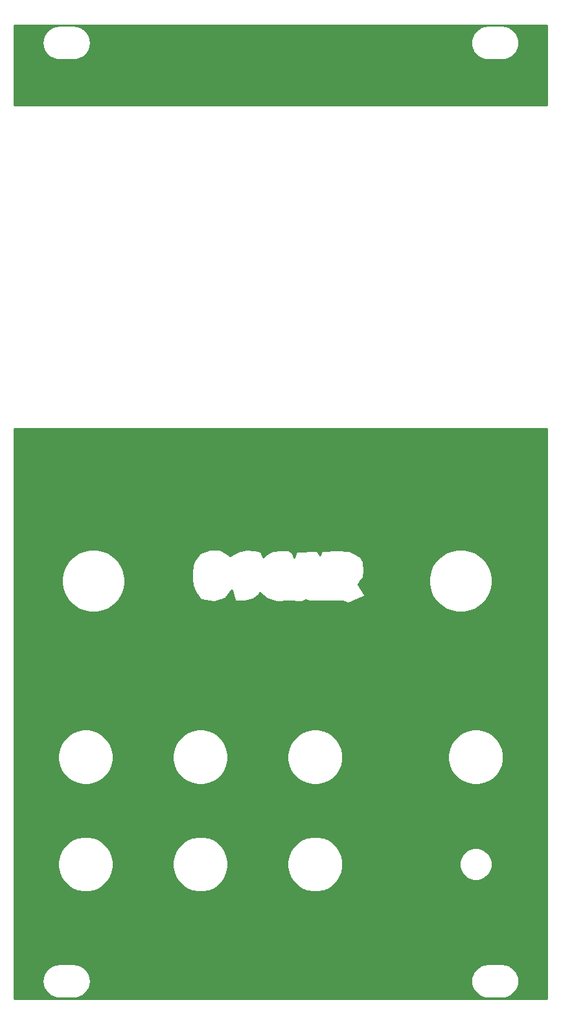
<source format=gbr>
G04 #@! TF.GenerationSoftware,KiCad,Pcbnew,(5.1.4)-1*
G04 #@! TF.CreationDate,2019-09-13T09:02:02+01:00*
G04 #@! TF.ProjectId,oscar_panel,6f736361-725f-4706-916e-656c2e6b6963,rev?*
G04 #@! TF.SameCoordinates,Original*
G04 #@! TF.FileFunction,Copper,L2,Bot*
G04 #@! TF.FilePolarity,Positive*
%FSLAX46Y46*%
G04 Gerber Fmt 4.6, Leading zero omitted, Abs format (unit mm)*
G04 Created by KiCad (PCBNEW (5.1.4)-1) date 2019-09-13 09:02:02*
%MOMM*%
%LPD*%
G04 APERTURE LIST*
%ADD10C,0.254000*%
G04 APERTURE END LIST*
D10*
G36*
X195305001Y-168555000D02*
G01*
X125695000Y-168555000D01*
X125695000Y-166250000D01*
X129354186Y-166250000D01*
X129397339Y-166688137D01*
X129525138Y-167109436D01*
X129732674Y-167497707D01*
X130011970Y-167838030D01*
X130352293Y-168117326D01*
X130740564Y-168324862D01*
X131161863Y-168452661D01*
X131490204Y-168485000D01*
X133509796Y-168485000D01*
X133838137Y-168452661D01*
X134259436Y-168324862D01*
X134647707Y-168117326D01*
X134988030Y-167838030D01*
X135267326Y-167497707D01*
X135474862Y-167109436D01*
X135602661Y-166688137D01*
X135645814Y-166250000D01*
X185354186Y-166250000D01*
X185397339Y-166688137D01*
X185525138Y-167109436D01*
X185732674Y-167497707D01*
X186011970Y-167838030D01*
X186352293Y-168117326D01*
X186740564Y-168324862D01*
X187161863Y-168452661D01*
X187490204Y-168485000D01*
X189509796Y-168485000D01*
X189838137Y-168452661D01*
X190259436Y-168324862D01*
X190647707Y-168117326D01*
X190988030Y-167838030D01*
X191267326Y-167497707D01*
X191474862Y-167109436D01*
X191602661Y-166688137D01*
X191645814Y-166250000D01*
X191602661Y-165811863D01*
X191474862Y-165390564D01*
X191267326Y-165002293D01*
X190988030Y-164661970D01*
X190647707Y-164382674D01*
X190259436Y-164175138D01*
X189838137Y-164047339D01*
X189509796Y-164015000D01*
X187490204Y-164015000D01*
X187161863Y-164047339D01*
X186740564Y-164175138D01*
X186352293Y-164382674D01*
X186011970Y-164661970D01*
X185732674Y-165002293D01*
X185525138Y-165390564D01*
X185397339Y-165811863D01*
X185354186Y-166250000D01*
X135645814Y-166250000D01*
X135602661Y-165811863D01*
X135474862Y-165390564D01*
X135267326Y-165002293D01*
X134988030Y-164661970D01*
X134647707Y-164382674D01*
X134259436Y-164175138D01*
X133838137Y-164047339D01*
X133509796Y-164015000D01*
X131490204Y-164015000D01*
X131161863Y-164047339D01*
X130740564Y-164175138D01*
X130352293Y-164382674D01*
X130011970Y-164661970D01*
X129732674Y-165002293D01*
X129525138Y-165390564D01*
X129397339Y-165811863D01*
X129354186Y-166250000D01*
X125695000Y-166250000D01*
X125695000Y-150641984D01*
X131365000Y-150641984D01*
X131365000Y-151358016D01*
X131504691Y-152060290D01*
X131778705Y-152721818D01*
X132176511Y-153317177D01*
X132682823Y-153823489D01*
X133278182Y-154221295D01*
X133939710Y-154495309D01*
X134641984Y-154635000D01*
X135358016Y-154635000D01*
X136060290Y-154495309D01*
X136721818Y-154221295D01*
X137317177Y-153823489D01*
X137823489Y-153317177D01*
X138221295Y-152721818D01*
X138495309Y-152060290D01*
X138635000Y-151358016D01*
X138635000Y-150641984D01*
X146365000Y-150641984D01*
X146365000Y-151358016D01*
X146504691Y-152060290D01*
X146778705Y-152721818D01*
X147176511Y-153317177D01*
X147682823Y-153823489D01*
X148278182Y-154221295D01*
X148939710Y-154495309D01*
X149641984Y-154635000D01*
X150358016Y-154635000D01*
X151060290Y-154495309D01*
X151721818Y-154221295D01*
X152317177Y-153823489D01*
X152823489Y-153317177D01*
X153221295Y-152721818D01*
X153495309Y-152060290D01*
X153635000Y-151358016D01*
X153635000Y-150641984D01*
X161365000Y-150641984D01*
X161365000Y-151358016D01*
X161504691Y-152060290D01*
X161778705Y-152721818D01*
X162176511Y-153317177D01*
X162682823Y-153823489D01*
X163278182Y-154221295D01*
X163939710Y-154495309D01*
X164641984Y-154635000D01*
X165358016Y-154635000D01*
X166060290Y-154495309D01*
X166721818Y-154221295D01*
X167317177Y-153823489D01*
X167823489Y-153317177D01*
X168221295Y-152721818D01*
X168495309Y-152060290D01*
X168635000Y-151358016D01*
X168635000Y-150789721D01*
X183865000Y-150789721D01*
X183865000Y-151210279D01*
X183947047Y-151622756D01*
X184107988Y-152011302D01*
X184341637Y-152360983D01*
X184639017Y-152658363D01*
X184988698Y-152892012D01*
X185377244Y-153052953D01*
X185789721Y-153135000D01*
X186210279Y-153135000D01*
X186622756Y-153052953D01*
X187011302Y-152892012D01*
X187360983Y-152658363D01*
X187658363Y-152360983D01*
X187892012Y-152011302D01*
X188052953Y-151622756D01*
X188135000Y-151210279D01*
X188135000Y-150789721D01*
X188052953Y-150377244D01*
X187892012Y-149988698D01*
X187658363Y-149639017D01*
X187360983Y-149341637D01*
X187011302Y-149107988D01*
X186622756Y-148947047D01*
X186210279Y-148865000D01*
X185789721Y-148865000D01*
X185377244Y-148947047D01*
X184988698Y-149107988D01*
X184639017Y-149341637D01*
X184341637Y-149639017D01*
X184107988Y-149988698D01*
X183947047Y-150377244D01*
X183865000Y-150789721D01*
X168635000Y-150789721D01*
X168635000Y-150641984D01*
X168495309Y-149939710D01*
X168221295Y-149278182D01*
X167823489Y-148682823D01*
X167317177Y-148176511D01*
X166721818Y-147778705D01*
X166060290Y-147504691D01*
X165358016Y-147365000D01*
X164641984Y-147365000D01*
X163939710Y-147504691D01*
X163278182Y-147778705D01*
X162682823Y-148176511D01*
X162176511Y-148682823D01*
X161778705Y-149278182D01*
X161504691Y-149939710D01*
X161365000Y-150641984D01*
X153635000Y-150641984D01*
X153495309Y-149939710D01*
X153221295Y-149278182D01*
X152823489Y-148682823D01*
X152317177Y-148176511D01*
X151721818Y-147778705D01*
X151060290Y-147504691D01*
X150358016Y-147365000D01*
X149641984Y-147365000D01*
X148939710Y-147504691D01*
X148278182Y-147778705D01*
X147682823Y-148176511D01*
X147176511Y-148682823D01*
X146778705Y-149278182D01*
X146504691Y-149939710D01*
X146365000Y-150641984D01*
X138635000Y-150641984D01*
X138495309Y-149939710D01*
X138221295Y-149278182D01*
X137823489Y-148682823D01*
X137317177Y-148176511D01*
X136721818Y-147778705D01*
X136060290Y-147504691D01*
X135358016Y-147365000D01*
X134641984Y-147365000D01*
X133939710Y-147504691D01*
X133278182Y-147778705D01*
X132682823Y-148176511D01*
X132176511Y-148682823D01*
X131778705Y-149278182D01*
X131504691Y-149939710D01*
X131365000Y-150641984D01*
X125695000Y-150641984D01*
X125695000Y-136641984D01*
X131365000Y-136641984D01*
X131365000Y-137358016D01*
X131504691Y-138060290D01*
X131778705Y-138721818D01*
X132176511Y-139317177D01*
X132682823Y-139823489D01*
X133278182Y-140221295D01*
X133939710Y-140495309D01*
X134641984Y-140635000D01*
X135358016Y-140635000D01*
X136060290Y-140495309D01*
X136721818Y-140221295D01*
X137317177Y-139823489D01*
X137823489Y-139317177D01*
X138221295Y-138721818D01*
X138495309Y-138060290D01*
X138635000Y-137358016D01*
X138635000Y-136641984D01*
X146365000Y-136641984D01*
X146365000Y-137358016D01*
X146504691Y-138060290D01*
X146778705Y-138721818D01*
X147176511Y-139317177D01*
X147682823Y-139823489D01*
X148278182Y-140221295D01*
X148939710Y-140495309D01*
X149641984Y-140635000D01*
X150358016Y-140635000D01*
X151060290Y-140495309D01*
X151721818Y-140221295D01*
X152317177Y-139823489D01*
X152823489Y-139317177D01*
X153221295Y-138721818D01*
X153495309Y-138060290D01*
X153635000Y-137358016D01*
X153635000Y-136641984D01*
X161365000Y-136641984D01*
X161365000Y-137358016D01*
X161504691Y-138060290D01*
X161778705Y-138721818D01*
X162176511Y-139317177D01*
X162682823Y-139823489D01*
X163278182Y-140221295D01*
X163939710Y-140495309D01*
X164641984Y-140635000D01*
X165358016Y-140635000D01*
X166060290Y-140495309D01*
X166721818Y-140221295D01*
X167317177Y-139823489D01*
X167823489Y-139317177D01*
X168221295Y-138721818D01*
X168495309Y-138060290D01*
X168635000Y-137358016D01*
X168635000Y-136641984D01*
X182365000Y-136641984D01*
X182365000Y-137358016D01*
X182504691Y-138060290D01*
X182778705Y-138721818D01*
X183176511Y-139317177D01*
X183682823Y-139823489D01*
X184278182Y-140221295D01*
X184939710Y-140495309D01*
X185641984Y-140635000D01*
X186358016Y-140635000D01*
X187060290Y-140495309D01*
X187721818Y-140221295D01*
X188317177Y-139823489D01*
X188823489Y-139317177D01*
X189221295Y-138721818D01*
X189495309Y-138060290D01*
X189635000Y-137358016D01*
X189635000Y-136641984D01*
X189495309Y-135939710D01*
X189221295Y-135278182D01*
X188823489Y-134682823D01*
X188317177Y-134176511D01*
X187721818Y-133778705D01*
X187060290Y-133504691D01*
X186358016Y-133365000D01*
X185641984Y-133365000D01*
X184939710Y-133504691D01*
X184278182Y-133778705D01*
X183682823Y-134176511D01*
X183176511Y-134682823D01*
X182778705Y-135278182D01*
X182504691Y-135939710D01*
X182365000Y-136641984D01*
X168635000Y-136641984D01*
X168495309Y-135939710D01*
X168221295Y-135278182D01*
X167823489Y-134682823D01*
X167317177Y-134176511D01*
X166721818Y-133778705D01*
X166060290Y-133504691D01*
X165358016Y-133365000D01*
X164641984Y-133365000D01*
X163939710Y-133504691D01*
X163278182Y-133778705D01*
X162682823Y-134176511D01*
X162176511Y-134682823D01*
X161778705Y-135278182D01*
X161504691Y-135939710D01*
X161365000Y-136641984D01*
X153635000Y-136641984D01*
X153495309Y-135939710D01*
X153221295Y-135278182D01*
X152823489Y-134682823D01*
X152317177Y-134176511D01*
X151721818Y-133778705D01*
X151060290Y-133504691D01*
X150358016Y-133365000D01*
X149641984Y-133365000D01*
X148939710Y-133504691D01*
X148278182Y-133778705D01*
X147682823Y-134176511D01*
X147176511Y-134682823D01*
X146778705Y-135278182D01*
X146504691Y-135939710D01*
X146365000Y-136641984D01*
X138635000Y-136641984D01*
X138495309Y-135939710D01*
X138221295Y-135278182D01*
X137823489Y-134682823D01*
X137317177Y-134176511D01*
X136721818Y-133778705D01*
X136060290Y-133504691D01*
X135358016Y-133365000D01*
X134641984Y-133365000D01*
X133939710Y-133504691D01*
X133278182Y-133778705D01*
X132682823Y-134176511D01*
X132176511Y-134682823D01*
X131778705Y-135278182D01*
X131504691Y-135939710D01*
X131365000Y-136641984D01*
X125695000Y-136641984D01*
X125695000Y-113592738D01*
X131865000Y-113592738D01*
X131865000Y-114407262D01*
X132023906Y-115206135D01*
X132335611Y-115958657D01*
X132788136Y-116635909D01*
X133364091Y-117211864D01*
X134041343Y-117664389D01*
X134793865Y-117976094D01*
X135592738Y-118135000D01*
X136407262Y-118135000D01*
X137206135Y-117976094D01*
X137958657Y-117664389D01*
X138635909Y-117211864D01*
X139211864Y-116635909D01*
X139664389Y-115958657D01*
X139976094Y-115206135D01*
X140135000Y-114407262D01*
X140135000Y-113592738D01*
X139997206Y-112900000D01*
X148873000Y-112900000D01*
X148873000Y-113700000D01*
X148873777Y-113714025D01*
X148973777Y-114614025D01*
X148976113Y-114627947D01*
X148983946Y-114651580D01*
X149383946Y-115551580D01*
X149399752Y-115577970D01*
X150099752Y-116477970D01*
X150116890Y-116496030D01*
X150137221Y-116510398D01*
X150159965Y-116520525D01*
X150184248Y-116526019D01*
X151784248Y-116726019D01*
X151808870Y-116726690D01*
X151833416Y-116722525D01*
X152933416Y-116422525D01*
X152956796Y-116413592D01*
X153356796Y-116213592D01*
X153386957Y-116192560D01*
X153403344Y-116173817D01*
X153902479Y-115475028D01*
X154099871Y-115211838D01*
X154477886Y-116534890D01*
X154482667Y-116548601D01*
X154494403Y-116570557D01*
X154510197Y-116589803D01*
X154529443Y-116605597D01*
X154551399Y-116617333D01*
X154575224Y-116624560D01*
X154600000Y-116627000D01*
X155800000Y-116627000D01*
X155824907Y-116624534D01*
X156824907Y-116424534D01*
X156848478Y-116417383D01*
X156870447Y-116405670D01*
X157470447Y-116005670D01*
X157489896Y-115989709D01*
X157505670Y-115970447D01*
X157800000Y-115528952D01*
X157894330Y-115670447D01*
X157918697Y-115697564D01*
X158518697Y-116197564D01*
X158543204Y-116213592D01*
X159143204Y-116513592D01*
X159169198Y-116523208D01*
X159969198Y-116723208D01*
X159983042Y-116725863D01*
X160007922Y-116726753D01*
X161600000Y-116627248D01*
X163192078Y-116726753D01*
X163215884Y-116726003D01*
X163240161Y-116720483D01*
X163805077Y-116532178D01*
X164169198Y-116623208D01*
X164200000Y-116627000D01*
X168573933Y-116627000D01*
X169249972Y-116916731D01*
X169276744Y-116924853D01*
X169301548Y-116926991D01*
X169326293Y-116924248D01*
X169350028Y-116916731D01*
X171450028Y-116016731D01*
X171468676Y-116006830D01*
X171488198Y-115991379D01*
X171504330Y-115972416D01*
X171516454Y-115950671D01*
X171524101Y-115926979D01*
X171526980Y-115902249D01*
X171524979Y-115877433D01*
X171518175Y-115853485D01*
X171506830Y-115831324D01*
X170649493Y-114497689D01*
X170904510Y-114072661D01*
X171288448Y-113592738D01*
X179865000Y-113592738D01*
X179865000Y-114407262D01*
X180023906Y-115206135D01*
X180335611Y-115958657D01*
X180788136Y-116635909D01*
X181364091Y-117211864D01*
X182041343Y-117664389D01*
X182793865Y-117976094D01*
X183592738Y-118135000D01*
X184407262Y-118135000D01*
X185206135Y-117976094D01*
X185958657Y-117664389D01*
X186635909Y-117211864D01*
X187211864Y-116635909D01*
X187664389Y-115958657D01*
X187976094Y-115206135D01*
X188135000Y-114407262D01*
X188135000Y-113592738D01*
X187976094Y-112793865D01*
X187664389Y-112041343D01*
X187211864Y-111364091D01*
X186635909Y-110788136D01*
X185958657Y-110335611D01*
X185206135Y-110023906D01*
X184407262Y-109865000D01*
X183592738Y-109865000D01*
X182793865Y-110023906D01*
X182041343Y-110335611D01*
X181364091Y-110788136D01*
X180788136Y-111364091D01*
X180335611Y-112041343D01*
X180023906Y-112793865D01*
X179865000Y-113592738D01*
X171288448Y-113592738D01*
X171299170Y-113579336D01*
X171311248Y-113561261D01*
X171321062Y-113538380D01*
X171326223Y-113514025D01*
X171426223Y-112614025D01*
X171426370Y-112587363D01*
X171326370Y-111587363D01*
X171320441Y-111559713D01*
X171310267Y-111536990D01*
X170910267Y-110836990D01*
X170895943Y-110816789D01*
X170877866Y-110799671D01*
X170856796Y-110786408D01*
X169456796Y-110086408D01*
X169433007Y-110077364D01*
X169408448Y-110073281D01*
X167908448Y-109973281D01*
X167893658Y-109973158D01*
X165893658Y-110073158D01*
X165861167Y-110079083D01*
X165838323Y-110088982D01*
X165817850Y-110103148D01*
X165800533Y-110121035D01*
X165787039Y-110141958D01*
X165777886Y-110165110D01*
X165650247Y-110611847D01*
X165303344Y-110126183D01*
X165286285Y-110106812D01*
X165266447Y-110091770D01*
X165244055Y-110080886D01*
X165219971Y-110074580D01*
X165195119Y-110073094D01*
X162595119Y-110173094D01*
X162566456Y-110177510D01*
X162543204Y-110186408D01*
X162522134Y-110199671D01*
X162504057Y-110216789D01*
X162489667Y-110237106D01*
X162479517Y-110259839D01*
X162230746Y-111006152D01*
X162124534Y-110475093D01*
X162117282Y-110451276D01*
X162105523Y-110429332D01*
X162089709Y-110410104D01*
X162070447Y-110394330D01*
X161470447Y-109994330D01*
X161448601Y-109982667D01*
X161424776Y-109975440D01*
X161400000Y-109973000D01*
X160600000Y-109973000D01*
X160588502Y-109973522D01*
X159488502Y-110073522D01*
X159461167Y-110079083D01*
X159438323Y-110088982D01*
X158538323Y-110588982D01*
X158520664Y-110600830D01*
X158157421Y-110891425D01*
X157918914Y-110255407D01*
X157911018Y-110238323D01*
X157896852Y-110217850D01*
X157878965Y-110200533D01*
X157858042Y-110187039D01*
X157834890Y-110177886D01*
X157134890Y-109977886D01*
X157112637Y-109973630D01*
X156112637Y-109873630D01*
X156093827Y-109873150D01*
X156069198Y-109876792D01*
X154869198Y-110176792D01*
X154857160Y-110180444D01*
X154834659Y-110191098D01*
X153906059Y-110748258D01*
X153273817Y-110296656D01*
X153263010Y-110289733D01*
X152563010Y-109889733D01*
X152548601Y-109882667D01*
X152524776Y-109875440D01*
X152500000Y-109873000D01*
X151300000Y-109873000D01*
X151284116Y-109873997D01*
X151259839Y-109879517D01*
X150059839Y-110279517D01*
X150038739Y-110288752D01*
X150018213Y-110302841D01*
X150000830Y-110320664D01*
X149200830Y-111320664D01*
X149189667Y-111337106D01*
X149179517Y-111359839D01*
X148979517Y-111959839D01*
X148973777Y-111985975D01*
X148873777Y-112885975D01*
X148873000Y-112900000D01*
X139997206Y-112900000D01*
X139976094Y-112793865D01*
X139664389Y-112041343D01*
X139211864Y-111364091D01*
X138635909Y-110788136D01*
X137958657Y-110335611D01*
X137206135Y-110023906D01*
X136407262Y-109865000D01*
X135592738Y-109865000D01*
X134793865Y-110023906D01*
X134041343Y-110335611D01*
X133364091Y-110788136D01*
X132788136Y-111364091D01*
X132335611Y-112041343D01*
X132023906Y-112793865D01*
X131865000Y-113592738D01*
X125695000Y-113592738D01*
X125695000Y-94127000D01*
X195305000Y-94127000D01*
X195305001Y-168555000D01*
X195305001Y-168555000D01*
G37*
X195305001Y-168555000D02*
X125695000Y-168555000D01*
X125695000Y-166250000D01*
X129354186Y-166250000D01*
X129397339Y-166688137D01*
X129525138Y-167109436D01*
X129732674Y-167497707D01*
X130011970Y-167838030D01*
X130352293Y-168117326D01*
X130740564Y-168324862D01*
X131161863Y-168452661D01*
X131490204Y-168485000D01*
X133509796Y-168485000D01*
X133838137Y-168452661D01*
X134259436Y-168324862D01*
X134647707Y-168117326D01*
X134988030Y-167838030D01*
X135267326Y-167497707D01*
X135474862Y-167109436D01*
X135602661Y-166688137D01*
X135645814Y-166250000D01*
X185354186Y-166250000D01*
X185397339Y-166688137D01*
X185525138Y-167109436D01*
X185732674Y-167497707D01*
X186011970Y-167838030D01*
X186352293Y-168117326D01*
X186740564Y-168324862D01*
X187161863Y-168452661D01*
X187490204Y-168485000D01*
X189509796Y-168485000D01*
X189838137Y-168452661D01*
X190259436Y-168324862D01*
X190647707Y-168117326D01*
X190988030Y-167838030D01*
X191267326Y-167497707D01*
X191474862Y-167109436D01*
X191602661Y-166688137D01*
X191645814Y-166250000D01*
X191602661Y-165811863D01*
X191474862Y-165390564D01*
X191267326Y-165002293D01*
X190988030Y-164661970D01*
X190647707Y-164382674D01*
X190259436Y-164175138D01*
X189838137Y-164047339D01*
X189509796Y-164015000D01*
X187490204Y-164015000D01*
X187161863Y-164047339D01*
X186740564Y-164175138D01*
X186352293Y-164382674D01*
X186011970Y-164661970D01*
X185732674Y-165002293D01*
X185525138Y-165390564D01*
X185397339Y-165811863D01*
X185354186Y-166250000D01*
X135645814Y-166250000D01*
X135602661Y-165811863D01*
X135474862Y-165390564D01*
X135267326Y-165002293D01*
X134988030Y-164661970D01*
X134647707Y-164382674D01*
X134259436Y-164175138D01*
X133838137Y-164047339D01*
X133509796Y-164015000D01*
X131490204Y-164015000D01*
X131161863Y-164047339D01*
X130740564Y-164175138D01*
X130352293Y-164382674D01*
X130011970Y-164661970D01*
X129732674Y-165002293D01*
X129525138Y-165390564D01*
X129397339Y-165811863D01*
X129354186Y-166250000D01*
X125695000Y-166250000D01*
X125695000Y-150641984D01*
X131365000Y-150641984D01*
X131365000Y-151358016D01*
X131504691Y-152060290D01*
X131778705Y-152721818D01*
X132176511Y-153317177D01*
X132682823Y-153823489D01*
X133278182Y-154221295D01*
X133939710Y-154495309D01*
X134641984Y-154635000D01*
X135358016Y-154635000D01*
X136060290Y-154495309D01*
X136721818Y-154221295D01*
X137317177Y-153823489D01*
X137823489Y-153317177D01*
X138221295Y-152721818D01*
X138495309Y-152060290D01*
X138635000Y-151358016D01*
X138635000Y-150641984D01*
X146365000Y-150641984D01*
X146365000Y-151358016D01*
X146504691Y-152060290D01*
X146778705Y-152721818D01*
X147176511Y-153317177D01*
X147682823Y-153823489D01*
X148278182Y-154221295D01*
X148939710Y-154495309D01*
X149641984Y-154635000D01*
X150358016Y-154635000D01*
X151060290Y-154495309D01*
X151721818Y-154221295D01*
X152317177Y-153823489D01*
X152823489Y-153317177D01*
X153221295Y-152721818D01*
X153495309Y-152060290D01*
X153635000Y-151358016D01*
X153635000Y-150641984D01*
X161365000Y-150641984D01*
X161365000Y-151358016D01*
X161504691Y-152060290D01*
X161778705Y-152721818D01*
X162176511Y-153317177D01*
X162682823Y-153823489D01*
X163278182Y-154221295D01*
X163939710Y-154495309D01*
X164641984Y-154635000D01*
X165358016Y-154635000D01*
X166060290Y-154495309D01*
X166721818Y-154221295D01*
X167317177Y-153823489D01*
X167823489Y-153317177D01*
X168221295Y-152721818D01*
X168495309Y-152060290D01*
X168635000Y-151358016D01*
X168635000Y-150789721D01*
X183865000Y-150789721D01*
X183865000Y-151210279D01*
X183947047Y-151622756D01*
X184107988Y-152011302D01*
X184341637Y-152360983D01*
X184639017Y-152658363D01*
X184988698Y-152892012D01*
X185377244Y-153052953D01*
X185789721Y-153135000D01*
X186210279Y-153135000D01*
X186622756Y-153052953D01*
X187011302Y-152892012D01*
X187360983Y-152658363D01*
X187658363Y-152360983D01*
X187892012Y-152011302D01*
X188052953Y-151622756D01*
X188135000Y-151210279D01*
X188135000Y-150789721D01*
X188052953Y-150377244D01*
X187892012Y-149988698D01*
X187658363Y-149639017D01*
X187360983Y-149341637D01*
X187011302Y-149107988D01*
X186622756Y-148947047D01*
X186210279Y-148865000D01*
X185789721Y-148865000D01*
X185377244Y-148947047D01*
X184988698Y-149107988D01*
X184639017Y-149341637D01*
X184341637Y-149639017D01*
X184107988Y-149988698D01*
X183947047Y-150377244D01*
X183865000Y-150789721D01*
X168635000Y-150789721D01*
X168635000Y-150641984D01*
X168495309Y-149939710D01*
X168221295Y-149278182D01*
X167823489Y-148682823D01*
X167317177Y-148176511D01*
X166721818Y-147778705D01*
X166060290Y-147504691D01*
X165358016Y-147365000D01*
X164641984Y-147365000D01*
X163939710Y-147504691D01*
X163278182Y-147778705D01*
X162682823Y-148176511D01*
X162176511Y-148682823D01*
X161778705Y-149278182D01*
X161504691Y-149939710D01*
X161365000Y-150641984D01*
X153635000Y-150641984D01*
X153495309Y-149939710D01*
X153221295Y-149278182D01*
X152823489Y-148682823D01*
X152317177Y-148176511D01*
X151721818Y-147778705D01*
X151060290Y-147504691D01*
X150358016Y-147365000D01*
X149641984Y-147365000D01*
X148939710Y-147504691D01*
X148278182Y-147778705D01*
X147682823Y-148176511D01*
X147176511Y-148682823D01*
X146778705Y-149278182D01*
X146504691Y-149939710D01*
X146365000Y-150641984D01*
X138635000Y-150641984D01*
X138495309Y-149939710D01*
X138221295Y-149278182D01*
X137823489Y-148682823D01*
X137317177Y-148176511D01*
X136721818Y-147778705D01*
X136060290Y-147504691D01*
X135358016Y-147365000D01*
X134641984Y-147365000D01*
X133939710Y-147504691D01*
X133278182Y-147778705D01*
X132682823Y-148176511D01*
X132176511Y-148682823D01*
X131778705Y-149278182D01*
X131504691Y-149939710D01*
X131365000Y-150641984D01*
X125695000Y-150641984D01*
X125695000Y-136641984D01*
X131365000Y-136641984D01*
X131365000Y-137358016D01*
X131504691Y-138060290D01*
X131778705Y-138721818D01*
X132176511Y-139317177D01*
X132682823Y-139823489D01*
X133278182Y-140221295D01*
X133939710Y-140495309D01*
X134641984Y-140635000D01*
X135358016Y-140635000D01*
X136060290Y-140495309D01*
X136721818Y-140221295D01*
X137317177Y-139823489D01*
X137823489Y-139317177D01*
X138221295Y-138721818D01*
X138495309Y-138060290D01*
X138635000Y-137358016D01*
X138635000Y-136641984D01*
X146365000Y-136641984D01*
X146365000Y-137358016D01*
X146504691Y-138060290D01*
X146778705Y-138721818D01*
X147176511Y-139317177D01*
X147682823Y-139823489D01*
X148278182Y-140221295D01*
X148939710Y-140495309D01*
X149641984Y-140635000D01*
X150358016Y-140635000D01*
X151060290Y-140495309D01*
X151721818Y-140221295D01*
X152317177Y-139823489D01*
X152823489Y-139317177D01*
X153221295Y-138721818D01*
X153495309Y-138060290D01*
X153635000Y-137358016D01*
X153635000Y-136641984D01*
X161365000Y-136641984D01*
X161365000Y-137358016D01*
X161504691Y-138060290D01*
X161778705Y-138721818D01*
X162176511Y-139317177D01*
X162682823Y-139823489D01*
X163278182Y-140221295D01*
X163939710Y-140495309D01*
X164641984Y-140635000D01*
X165358016Y-140635000D01*
X166060290Y-140495309D01*
X166721818Y-140221295D01*
X167317177Y-139823489D01*
X167823489Y-139317177D01*
X168221295Y-138721818D01*
X168495309Y-138060290D01*
X168635000Y-137358016D01*
X168635000Y-136641984D01*
X182365000Y-136641984D01*
X182365000Y-137358016D01*
X182504691Y-138060290D01*
X182778705Y-138721818D01*
X183176511Y-139317177D01*
X183682823Y-139823489D01*
X184278182Y-140221295D01*
X184939710Y-140495309D01*
X185641984Y-140635000D01*
X186358016Y-140635000D01*
X187060290Y-140495309D01*
X187721818Y-140221295D01*
X188317177Y-139823489D01*
X188823489Y-139317177D01*
X189221295Y-138721818D01*
X189495309Y-138060290D01*
X189635000Y-137358016D01*
X189635000Y-136641984D01*
X189495309Y-135939710D01*
X189221295Y-135278182D01*
X188823489Y-134682823D01*
X188317177Y-134176511D01*
X187721818Y-133778705D01*
X187060290Y-133504691D01*
X186358016Y-133365000D01*
X185641984Y-133365000D01*
X184939710Y-133504691D01*
X184278182Y-133778705D01*
X183682823Y-134176511D01*
X183176511Y-134682823D01*
X182778705Y-135278182D01*
X182504691Y-135939710D01*
X182365000Y-136641984D01*
X168635000Y-136641984D01*
X168495309Y-135939710D01*
X168221295Y-135278182D01*
X167823489Y-134682823D01*
X167317177Y-134176511D01*
X166721818Y-133778705D01*
X166060290Y-133504691D01*
X165358016Y-133365000D01*
X164641984Y-133365000D01*
X163939710Y-133504691D01*
X163278182Y-133778705D01*
X162682823Y-134176511D01*
X162176511Y-134682823D01*
X161778705Y-135278182D01*
X161504691Y-135939710D01*
X161365000Y-136641984D01*
X153635000Y-136641984D01*
X153495309Y-135939710D01*
X153221295Y-135278182D01*
X152823489Y-134682823D01*
X152317177Y-134176511D01*
X151721818Y-133778705D01*
X151060290Y-133504691D01*
X150358016Y-133365000D01*
X149641984Y-133365000D01*
X148939710Y-133504691D01*
X148278182Y-133778705D01*
X147682823Y-134176511D01*
X147176511Y-134682823D01*
X146778705Y-135278182D01*
X146504691Y-135939710D01*
X146365000Y-136641984D01*
X138635000Y-136641984D01*
X138495309Y-135939710D01*
X138221295Y-135278182D01*
X137823489Y-134682823D01*
X137317177Y-134176511D01*
X136721818Y-133778705D01*
X136060290Y-133504691D01*
X135358016Y-133365000D01*
X134641984Y-133365000D01*
X133939710Y-133504691D01*
X133278182Y-133778705D01*
X132682823Y-134176511D01*
X132176511Y-134682823D01*
X131778705Y-135278182D01*
X131504691Y-135939710D01*
X131365000Y-136641984D01*
X125695000Y-136641984D01*
X125695000Y-113592738D01*
X131865000Y-113592738D01*
X131865000Y-114407262D01*
X132023906Y-115206135D01*
X132335611Y-115958657D01*
X132788136Y-116635909D01*
X133364091Y-117211864D01*
X134041343Y-117664389D01*
X134793865Y-117976094D01*
X135592738Y-118135000D01*
X136407262Y-118135000D01*
X137206135Y-117976094D01*
X137958657Y-117664389D01*
X138635909Y-117211864D01*
X139211864Y-116635909D01*
X139664389Y-115958657D01*
X139976094Y-115206135D01*
X140135000Y-114407262D01*
X140135000Y-113592738D01*
X139997206Y-112900000D01*
X148873000Y-112900000D01*
X148873000Y-113700000D01*
X148873777Y-113714025D01*
X148973777Y-114614025D01*
X148976113Y-114627947D01*
X148983946Y-114651580D01*
X149383946Y-115551580D01*
X149399752Y-115577970D01*
X150099752Y-116477970D01*
X150116890Y-116496030D01*
X150137221Y-116510398D01*
X150159965Y-116520525D01*
X150184248Y-116526019D01*
X151784248Y-116726019D01*
X151808870Y-116726690D01*
X151833416Y-116722525D01*
X152933416Y-116422525D01*
X152956796Y-116413592D01*
X153356796Y-116213592D01*
X153386957Y-116192560D01*
X153403344Y-116173817D01*
X153902479Y-115475028D01*
X154099871Y-115211838D01*
X154477886Y-116534890D01*
X154482667Y-116548601D01*
X154494403Y-116570557D01*
X154510197Y-116589803D01*
X154529443Y-116605597D01*
X154551399Y-116617333D01*
X154575224Y-116624560D01*
X154600000Y-116627000D01*
X155800000Y-116627000D01*
X155824907Y-116624534D01*
X156824907Y-116424534D01*
X156848478Y-116417383D01*
X156870447Y-116405670D01*
X157470447Y-116005670D01*
X157489896Y-115989709D01*
X157505670Y-115970447D01*
X157800000Y-115528952D01*
X157894330Y-115670447D01*
X157918697Y-115697564D01*
X158518697Y-116197564D01*
X158543204Y-116213592D01*
X159143204Y-116513592D01*
X159169198Y-116523208D01*
X159969198Y-116723208D01*
X159983042Y-116725863D01*
X160007922Y-116726753D01*
X161600000Y-116627248D01*
X163192078Y-116726753D01*
X163215884Y-116726003D01*
X163240161Y-116720483D01*
X163805077Y-116532178D01*
X164169198Y-116623208D01*
X164200000Y-116627000D01*
X168573933Y-116627000D01*
X169249972Y-116916731D01*
X169276744Y-116924853D01*
X169301548Y-116926991D01*
X169326293Y-116924248D01*
X169350028Y-116916731D01*
X171450028Y-116016731D01*
X171468676Y-116006830D01*
X171488198Y-115991379D01*
X171504330Y-115972416D01*
X171516454Y-115950671D01*
X171524101Y-115926979D01*
X171526980Y-115902249D01*
X171524979Y-115877433D01*
X171518175Y-115853485D01*
X171506830Y-115831324D01*
X170649493Y-114497689D01*
X170904510Y-114072661D01*
X171288448Y-113592738D01*
X179865000Y-113592738D01*
X179865000Y-114407262D01*
X180023906Y-115206135D01*
X180335611Y-115958657D01*
X180788136Y-116635909D01*
X181364091Y-117211864D01*
X182041343Y-117664389D01*
X182793865Y-117976094D01*
X183592738Y-118135000D01*
X184407262Y-118135000D01*
X185206135Y-117976094D01*
X185958657Y-117664389D01*
X186635909Y-117211864D01*
X187211864Y-116635909D01*
X187664389Y-115958657D01*
X187976094Y-115206135D01*
X188135000Y-114407262D01*
X188135000Y-113592738D01*
X187976094Y-112793865D01*
X187664389Y-112041343D01*
X187211864Y-111364091D01*
X186635909Y-110788136D01*
X185958657Y-110335611D01*
X185206135Y-110023906D01*
X184407262Y-109865000D01*
X183592738Y-109865000D01*
X182793865Y-110023906D01*
X182041343Y-110335611D01*
X181364091Y-110788136D01*
X180788136Y-111364091D01*
X180335611Y-112041343D01*
X180023906Y-112793865D01*
X179865000Y-113592738D01*
X171288448Y-113592738D01*
X171299170Y-113579336D01*
X171311248Y-113561261D01*
X171321062Y-113538380D01*
X171326223Y-113514025D01*
X171426223Y-112614025D01*
X171426370Y-112587363D01*
X171326370Y-111587363D01*
X171320441Y-111559713D01*
X171310267Y-111536990D01*
X170910267Y-110836990D01*
X170895943Y-110816789D01*
X170877866Y-110799671D01*
X170856796Y-110786408D01*
X169456796Y-110086408D01*
X169433007Y-110077364D01*
X169408448Y-110073281D01*
X167908448Y-109973281D01*
X167893658Y-109973158D01*
X165893658Y-110073158D01*
X165861167Y-110079083D01*
X165838323Y-110088982D01*
X165817850Y-110103148D01*
X165800533Y-110121035D01*
X165787039Y-110141958D01*
X165777886Y-110165110D01*
X165650247Y-110611847D01*
X165303344Y-110126183D01*
X165286285Y-110106812D01*
X165266447Y-110091770D01*
X165244055Y-110080886D01*
X165219971Y-110074580D01*
X165195119Y-110073094D01*
X162595119Y-110173094D01*
X162566456Y-110177510D01*
X162543204Y-110186408D01*
X162522134Y-110199671D01*
X162504057Y-110216789D01*
X162489667Y-110237106D01*
X162479517Y-110259839D01*
X162230746Y-111006152D01*
X162124534Y-110475093D01*
X162117282Y-110451276D01*
X162105523Y-110429332D01*
X162089709Y-110410104D01*
X162070447Y-110394330D01*
X161470447Y-109994330D01*
X161448601Y-109982667D01*
X161424776Y-109975440D01*
X161400000Y-109973000D01*
X160600000Y-109973000D01*
X160588502Y-109973522D01*
X159488502Y-110073522D01*
X159461167Y-110079083D01*
X159438323Y-110088982D01*
X158538323Y-110588982D01*
X158520664Y-110600830D01*
X158157421Y-110891425D01*
X157918914Y-110255407D01*
X157911018Y-110238323D01*
X157896852Y-110217850D01*
X157878965Y-110200533D01*
X157858042Y-110187039D01*
X157834890Y-110177886D01*
X157134890Y-109977886D01*
X157112637Y-109973630D01*
X156112637Y-109873630D01*
X156093827Y-109873150D01*
X156069198Y-109876792D01*
X154869198Y-110176792D01*
X154857160Y-110180444D01*
X154834659Y-110191098D01*
X153906059Y-110748258D01*
X153273817Y-110296656D01*
X153263010Y-110289733D01*
X152563010Y-109889733D01*
X152548601Y-109882667D01*
X152524776Y-109875440D01*
X152500000Y-109873000D01*
X151300000Y-109873000D01*
X151284116Y-109873997D01*
X151259839Y-109879517D01*
X150059839Y-110279517D01*
X150038739Y-110288752D01*
X150018213Y-110302841D01*
X150000830Y-110320664D01*
X149200830Y-111320664D01*
X149189667Y-111337106D01*
X149179517Y-111359839D01*
X148979517Y-111959839D01*
X148973777Y-111985975D01*
X148873777Y-112885975D01*
X148873000Y-112900000D01*
X139997206Y-112900000D01*
X139976094Y-112793865D01*
X139664389Y-112041343D01*
X139211864Y-111364091D01*
X138635909Y-110788136D01*
X137958657Y-110335611D01*
X137206135Y-110023906D01*
X136407262Y-109865000D01*
X135592738Y-109865000D01*
X134793865Y-110023906D01*
X134041343Y-110335611D01*
X133364091Y-110788136D01*
X132788136Y-111364091D01*
X132335611Y-112041343D01*
X132023906Y-112793865D01*
X131865000Y-113592738D01*
X125695000Y-113592738D01*
X125695000Y-94127000D01*
X195305000Y-94127000D01*
X195305001Y-168555000D01*
G36*
X195305000Y-51873000D02*
G01*
X125695000Y-51873000D01*
X125695000Y-43750000D01*
X129354186Y-43750000D01*
X129397339Y-44188137D01*
X129525138Y-44609436D01*
X129732674Y-44997707D01*
X130011970Y-45338030D01*
X130352293Y-45617326D01*
X130740564Y-45824862D01*
X131161863Y-45952661D01*
X131490204Y-45985000D01*
X133509796Y-45985000D01*
X133838137Y-45952661D01*
X134259436Y-45824862D01*
X134647707Y-45617326D01*
X134988030Y-45338030D01*
X135267326Y-44997707D01*
X135474862Y-44609436D01*
X135602661Y-44188137D01*
X135645814Y-43750000D01*
X185354186Y-43750000D01*
X185397339Y-44188137D01*
X185525138Y-44609436D01*
X185732674Y-44997707D01*
X186011970Y-45338030D01*
X186352293Y-45617326D01*
X186740564Y-45824862D01*
X187161863Y-45952661D01*
X187490204Y-45985000D01*
X189509796Y-45985000D01*
X189838137Y-45952661D01*
X190259436Y-45824862D01*
X190647707Y-45617326D01*
X190988030Y-45338030D01*
X191267326Y-44997707D01*
X191474862Y-44609436D01*
X191602661Y-44188137D01*
X191645814Y-43750000D01*
X191602661Y-43311863D01*
X191474862Y-42890564D01*
X191267326Y-42502293D01*
X190988030Y-42161970D01*
X190647707Y-41882674D01*
X190259436Y-41675138D01*
X189838137Y-41547339D01*
X189509796Y-41515000D01*
X187490204Y-41515000D01*
X187161863Y-41547339D01*
X186740564Y-41675138D01*
X186352293Y-41882674D01*
X186011970Y-42161970D01*
X185732674Y-42502293D01*
X185525138Y-42890564D01*
X185397339Y-43311863D01*
X185354186Y-43750000D01*
X135645814Y-43750000D01*
X135602661Y-43311863D01*
X135474862Y-42890564D01*
X135267326Y-42502293D01*
X134988030Y-42161970D01*
X134647707Y-41882674D01*
X134259436Y-41675138D01*
X133838137Y-41547339D01*
X133509796Y-41515000D01*
X131490204Y-41515000D01*
X131161863Y-41547339D01*
X130740564Y-41675138D01*
X130352293Y-41882674D01*
X130011970Y-42161970D01*
X129732674Y-42502293D01*
X129525138Y-42890564D01*
X129397339Y-43311863D01*
X129354186Y-43750000D01*
X125695000Y-43750000D01*
X125695000Y-41445000D01*
X195305000Y-41445000D01*
X195305000Y-51873000D01*
X195305000Y-51873000D01*
G37*
X195305000Y-51873000D02*
X125695000Y-51873000D01*
X125695000Y-43750000D01*
X129354186Y-43750000D01*
X129397339Y-44188137D01*
X129525138Y-44609436D01*
X129732674Y-44997707D01*
X130011970Y-45338030D01*
X130352293Y-45617326D01*
X130740564Y-45824862D01*
X131161863Y-45952661D01*
X131490204Y-45985000D01*
X133509796Y-45985000D01*
X133838137Y-45952661D01*
X134259436Y-45824862D01*
X134647707Y-45617326D01*
X134988030Y-45338030D01*
X135267326Y-44997707D01*
X135474862Y-44609436D01*
X135602661Y-44188137D01*
X135645814Y-43750000D01*
X185354186Y-43750000D01*
X185397339Y-44188137D01*
X185525138Y-44609436D01*
X185732674Y-44997707D01*
X186011970Y-45338030D01*
X186352293Y-45617326D01*
X186740564Y-45824862D01*
X187161863Y-45952661D01*
X187490204Y-45985000D01*
X189509796Y-45985000D01*
X189838137Y-45952661D01*
X190259436Y-45824862D01*
X190647707Y-45617326D01*
X190988030Y-45338030D01*
X191267326Y-44997707D01*
X191474862Y-44609436D01*
X191602661Y-44188137D01*
X191645814Y-43750000D01*
X191602661Y-43311863D01*
X191474862Y-42890564D01*
X191267326Y-42502293D01*
X190988030Y-42161970D01*
X190647707Y-41882674D01*
X190259436Y-41675138D01*
X189838137Y-41547339D01*
X189509796Y-41515000D01*
X187490204Y-41515000D01*
X187161863Y-41547339D01*
X186740564Y-41675138D01*
X186352293Y-41882674D01*
X186011970Y-42161970D01*
X185732674Y-42502293D01*
X185525138Y-42890564D01*
X185397339Y-43311863D01*
X185354186Y-43750000D01*
X135645814Y-43750000D01*
X135602661Y-43311863D01*
X135474862Y-42890564D01*
X135267326Y-42502293D01*
X134988030Y-42161970D01*
X134647707Y-41882674D01*
X134259436Y-41675138D01*
X133838137Y-41547339D01*
X133509796Y-41515000D01*
X131490204Y-41515000D01*
X131161863Y-41547339D01*
X130740564Y-41675138D01*
X130352293Y-41882674D01*
X130011970Y-42161970D01*
X129732674Y-42502293D01*
X129525138Y-42890564D01*
X129397339Y-43311863D01*
X129354186Y-43750000D01*
X125695000Y-43750000D01*
X125695000Y-41445000D01*
X195305000Y-41445000D01*
X195305000Y-51873000D01*
M02*

</source>
